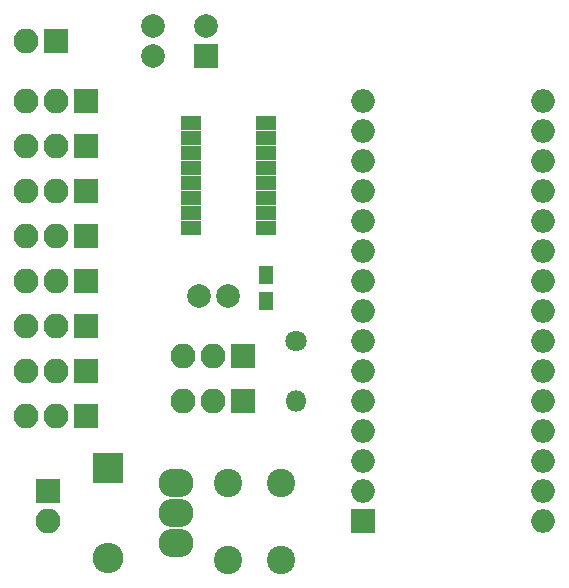
<source format=gbr>
G04 #@! TF.GenerationSoftware,KiCad,Pcbnew,(5.0.0)*
G04 #@! TF.CreationDate,2019-02-06T16:41:10-08:00*
G04 #@! TF.ProjectId,controller,636F6E74726F6C6C65722E6B69636164,rev?*
G04 #@! TF.SameCoordinates,Original*
G04 #@! TF.FileFunction,Soldermask,Top*
G04 #@! TF.FilePolarity,Negative*
%FSLAX46Y46*%
G04 Gerber Fmt 4.6, Leading zero omitted, Abs format (unit mm)*
G04 Created by KiCad (PCBNEW (5.0.0)) date 02/06/19 16:41:10*
%MOMM*%
%LPD*%
G01*
G04 APERTURE LIST*
%ADD10O,2.000000X2.000000*%
%ADD11R,2.000000X2.000000*%
%ADD12C,2.000000*%
%ADD13O,2.940000X2.432000*%
%ADD14R,1.300000X1.600000*%
%ADD15R,1.700000X1.200000*%
%ADD16R,2.600000X2.600000*%
%ADD17O,2.600000X2.600000*%
%ADD18R,2.100000X2.100000*%
%ADD19O,2.100000X2.100000*%
%ADD20C,2.400000*%
%ADD21O,1.800000X1.800000*%
%ADD22C,1.800000*%
G04 APERTURE END LIST*
D10*
G04 #@! TO.C,A1*
X46355000Y-8255000D03*
X31115000Y-8255000D03*
X46355000Y-43815000D03*
X31115000Y-10795000D03*
X46355000Y-41275000D03*
X31115000Y-13335000D03*
X46355000Y-38735000D03*
X31115000Y-15875000D03*
X46355000Y-36195000D03*
X31115000Y-18415000D03*
X46355000Y-33655000D03*
X31115000Y-20955000D03*
X46355000Y-31115000D03*
X31115000Y-23495000D03*
X46355000Y-28575000D03*
X31115000Y-26035000D03*
X46355000Y-26035000D03*
X31115000Y-28575000D03*
X46355000Y-23495000D03*
X31115000Y-31115000D03*
X46355000Y-20955000D03*
X31115000Y-33655000D03*
X46355000Y-18415000D03*
X31115000Y-36195000D03*
X46355000Y-15875000D03*
X31115000Y-38735000D03*
X46355000Y-13335000D03*
X31115000Y-41275000D03*
X46355000Y-10795000D03*
D11*
X31115000Y-43815000D03*
G04 #@! TD*
D12*
G04 #@! TO.C,C1*
X17780000Y-1945000D03*
D11*
X17780000Y-4445000D03*
G04 #@! TD*
D12*
G04 #@! TO.C,C2*
X13335000Y-4445000D03*
X13335000Y-1945000D03*
G04 #@! TD*
G04 #@! TO.C,C3*
X17185000Y-24765000D03*
X19685000Y-24765000D03*
G04 #@! TD*
D13*
G04 #@! TO.C,Q1*
X15240000Y-40640000D03*
X15240000Y-45720000D03*
X15240000Y-43180000D03*
G04 #@! TD*
D14*
G04 #@! TO.C,R1*
X22860000Y-25230000D03*
X22860000Y-23030000D03*
G04 #@! TD*
D15*
G04 #@! TO.C,U1*
X22835000Y-10155000D03*
X22835000Y-11435000D03*
X22835000Y-12695000D03*
X22835000Y-13965000D03*
X22835000Y-15245000D03*
X22835000Y-16515000D03*
X22835000Y-17775000D03*
X22835000Y-19055000D03*
X16535000Y-19055000D03*
X16535000Y-17775000D03*
X16535000Y-16515000D03*
X16535000Y-15245000D03*
X16535000Y-13965000D03*
X16535000Y-12695000D03*
X16535000Y-11435000D03*
X16535000Y-10155000D03*
G04 #@! TD*
D16*
G04 #@! TO.C,D1*
X9525000Y-39370000D03*
D17*
X9525000Y-46990000D03*
G04 #@! TD*
D18*
G04 #@! TO.C,PWM1*
X7620000Y-8255000D03*
D19*
X5080000Y-8255000D03*
X2540000Y-8255000D03*
G04 #@! TD*
G04 #@! TO.C,PWM2*
X2540000Y-12065000D03*
X5080000Y-12065000D03*
D18*
X7620000Y-12065000D03*
G04 #@! TD*
G04 #@! TO.C,PWM3*
X7620000Y-15875000D03*
D19*
X5080000Y-15875000D03*
X2540000Y-15875000D03*
G04 #@! TD*
G04 #@! TO.C,PWM4*
X2540000Y-19685000D03*
X5080000Y-19685000D03*
D18*
X7620000Y-19685000D03*
G04 #@! TD*
G04 #@! TO.C,PWM5*
X7620000Y-23495000D03*
D19*
X5080000Y-23495000D03*
X2540000Y-23495000D03*
G04 #@! TD*
G04 #@! TO.C,PWM6*
X2540000Y-27305000D03*
X5080000Y-27305000D03*
D18*
X7620000Y-27305000D03*
G04 #@! TD*
D19*
G04 #@! TO.C,PWM7*
X2540000Y-31115000D03*
X5080000Y-31115000D03*
D18*
X7620000Y-31115000D03*
G04 #@! TD*
G04 #@! TO.C,PWM8*
X7620000Y-34925000D03*
D19*
X5080000Y-34925000D03*
X2540000Y-34925000D03*
G04 #@! TD*
D18*
G04 #@! TO.C,PWMIN1*
X20955000Y-29845000D03*
D19*
X18415000Y-29845000D03*
X15875000Y-29845000D03*
G04 #@! TD*
G04 #@! TO.C,PWMIN2*
X15875000Y-33655000D03*
X18415000Y-33655000D03*
D18*
X20955000Y-33655000D03*
G04 #@! TD*
D19*
G04 #@! TO.C,SWPWR1*
X4445000Y-43815000D03*
D18*
X4445000Y-41275000D03*
G04 #@! TD*
D20*
G04 #@! TO.C,SWPWR_TEST1*
X19630000Y-47140000D03*
X24130000Y-47140000D03*
X19630000Y-40640000D03*
X24130000Y-40640000D03*
G04 #@! TD*
D18*
G04 #@! TO.C,VIN1*
X5080000Y-3175000D03*
D19*
X2540000Y-3175000D03*
G04 #@! TD*
D21*
G04 #@! TO.C,R2*
X25400000Y-33655000D03*
D22*
X25400000Y-28575000D03*
G04 #@! TD*
M02*

</source>
